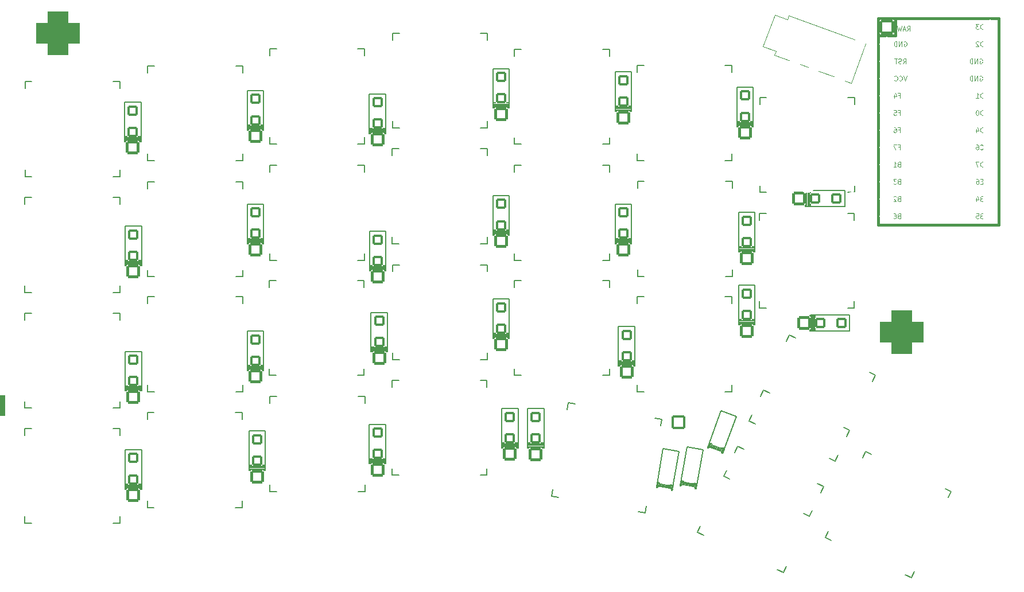
<source format=gbr>
%TF.GenerationSoftware,KiCad,Pcbnew,(6.0.4)*%
%TF.CreationDate,2022-04-18T00:49:10+02:00*%
%TF.ProjectId,ErgoTravel,4572676f-5472-4617-9665-6c2e6b696361,rev?*%
%TF.SameCoordinates,Original*%
%TF.FileFunction,Legend,Bot*%
%TF.FilePolarity,Positive*%
%FSLAX46Y46*%
G04 Gerber Fmt 4.6, Leading zero omitted, Abs format (unit mm)*
G04 Created by KiCad (PCBNEW (6.0.4)) date 2022-04-18 00:49:10*
%MOMM*%
%LPD*%
G01*
G04 APERTURE LIST*
G04 Aperture macros list*
%AMRoundRect*
0 Rectangle with rounded corners*
0 $1 Rounding radius*
0 $2 $3 $4 $5 $6 $7 $8 $9 X,Y pos of 4 corners*
0 Add a 4 corners polygon primitive as box body*
4,1,4,$2,$3,$4,$5,$6,$7,$8,$9,$2,$3,0*
0 Add four circle primitives for the rounded corners*
1,1,$1+$1,$2,$3*
1,1,$1+$1,$4,$5*
1,1,$1+$1,$6,$7*
1,1,$1+$1,$8,$9*
0 Add four rect primitives between the rounded corners*
20,1,$1+$1,$2,$3,$4,$5,0*
20,1,$1+$1,$4,$5,$6,$7,0*
20,1,$1+$1,$6,$7,$8,$9,0*
20,1,$1+$1,$8,$9,$2,$3,0*%
%AMFreePoly0*
4,1,41,0.022678,0.944824,0.075125,0.944504,0.131210,0.936123,0.267031,0.895504,0.318507,0.871718,0.437469,0.794611,0.480202,0.757333,0.572740,0.649936,0.603290,0.602165,0.661967,0.473113,0.677883,0.418686,0.697980,0.278353,0.700000,0.250000,0.700000,-0.250000,0.699985,-0.252439,0.699836,-0.264655,0.697079,-0.295398,0.673559,-0.435199,0.656318,-0.489221,0.594506,-0.616800,
0.562797,-0.663810,0.467662,-0.768914,0.424032,-0.805137,0.303222,-0.879314,0.251181,-0.901834,0.114408,-0.939123,0.058135,-0.946132,0.037663,-0.945757,0.000000,-0.950000,-0.500000,-0.950000,-0.586777,-0.930194,-0.656366,-0.874698,-0.694986,-0.794504,-0.700000,-0.750000,-0.700000,0.750000,-0.680194,0.836777,-0.624698,0.906366,-0.544504,0.944986,-0.500000,0.950000,0.000000,0.950000,
0.022678,0.944824,0.022678,0.944824,$1*%
%AMFreePoly1*
4,1,41,0.586777,0.930194,0.656366,0.874698,0.694986,0.794504,0.700000,0.750000,0.700000,-0.750000,0.680194,-0.836777,0.624698,-0.906366,0.544504,-0.944986,0.500000,-0.950000,0.000000,-0.950000,-0.023504,-0.944635,-0.083606,-0.943534,-0.139582,-0.934468,-0.274897,-0.892193,-0.326080,-0.867780,-0.444090,-0.789225,-0.486362,-0.751429,-0.577582,-0.642910,-0.607548,-0.594768,-0.664643,-0.465009,
-0.679893,-0.410393,-0.697476,-0.275933,-0.697084,-0.275882,-0.700000,-0.250000,-0.700000,0.250000,-0.697921,0.259109,-0.697582,0.286880,-0.675771,0.426957,-0.659192,0.481183,-0.598944,0.609508,-0.567811,0.656904,-0.473967,0.763162,-0.430783,0.799915,-0.310888,0.875563,-0.259125,0.898717,-0.122818,0.937674,-0.066635,0.945370,-0.042411,0.945222,0.000000,0.950000,0.500000,0.950000,
0.586777,0.930194,0.586777,0.930194,$1*%
G04 Aperture macros list end*
%ADD10C,0.100000*%
%ADD11C,0.200000*%
%ADD12C,0.381000*%
%ADD13C,0.150000*%
%ADD14C,0.120000*%
%ADD15R,1.752600X1.752600*%
%ADD16C,1.752600*%
%ADD17RoundRect,0.200000X0.800000X-0.800000X0.800000X0.800000X-0.800000X0.800000X-0.800000X-0.800000X0*%
%ADD18RoundRect,0.200000X0.600000X-0.600000X0.600000X0.600000X-0.600000X0.600000X-0.600000X-0.600000X0*%
%ADD19C,2.000000*%
%ADD20RoundRect,0.200000X0.648928X-0.926765X0.926765X0.648928X-0.648928X0.926765X-0.926765X-0.648928X0*%
%ADD21RoundRect,0.200000X0.486696X-0.695074X0.695074X0.486696X-0.486696X0.695074X-0.695074X-0.486696X0*%
%ADD22RoundRect,0.200000X-0.800000X-0.800000X0.800000X-0.800000X0.800000X0.800000X-0.800000X0.800000X0*%
%ADD23RoundRect,0.200000X-0.600000X-0.600000X0.600000X-0.600000X0.600000X0.600000X-0.600000X0.600000X0*%
%ADD24RoundRect,0.200000X0.358603X-0.769028X0.769028X0.358603X-0.358603X0.769028X-0.769028X-0.358603X0*%
%ADD25RoundRect,0.200000X0.478138X-1.025370X1.025370X0.478138X-0.478138X1.025370X-1.025370X-0.478138X0*%
%ADD26C,1.900000*%
%ADD27RoundRect,0.200000X-0.876300X0.876300X-0.876300X-0.876300X0.876300X-0.876300X0.876300X0.876300X0*%
%ADD28C,2.152600*%
%ADD29O,2.000000X2.000000*%
%ADD30FreePoly0,180.000000*%
%ADD31FreePoly1,180.000000*%
%ADD32RoundRect,0.200000X0.850000X-0.850000X0.850000X0.850000X-0.850000X0.850000X-0.850000X-0.850000X0*%
%ADD33O,2.100000X2.100000*%
%ADD34C,2.101800*%
%ADD35C,1.390600*%
%ADD36C,3.829000*%
%ADD37C,2.432000*%
%ADD38RoundRect,1.700000X-1.500000X-1.500000X1.500000X-1.500000X1.500000X1.500000X-1.500000X1.500000X0*%
%ADD39C,6.400000*%
%ADD40RoundRect,1.700000X-1.500000X1.500000X-1.500000X-1.500000X1.500000X-1.500000X1.500000X1.500000X0*%
%ADD41O,3.500000X2.500000*%
%ADD42C,1.000000*%
%ADD43C,5.200000*%
%ADD44RoundRect,1.700000X1.500000X-1.500000X1.500000X1.500000X-1.500000X1.500000X-1.500000X-1.500000X0*%
%ADD45RoundRect,0.200000X-0.991341X-0.969404X0.136290X-1.379828X0.991341X0.969404X-0.136290X1.379828X0*%
G04 APERTURE END LIST*
D10*
X210295311Y-63511198D02*
X210528644Y-63511198D01*
X210528644Y-63877864D02*
X210528644Y-63177864D01*
X210195311Y-63177864D01*
X209595311Y-63177864D02*
X209928644Y-63177864D01*
X209961978Y-63511198D01*
X209928644Y-63477864D01*
X209861978Y-63444531D01*
X209695311Y-63444531D01*
X209628644Y-63477864D01*
X209595311Y-63511198D01*
X209561978Y-63577864D01*
X209561978Y-63744531D01*
X209595311Y-63811198D01*
X209628644Y-63844531D01*
X209695311Y-63877864D01*
X209861978Y-63877864D01*
X209928644Y-63844531D01*
X209961978Y-63811198D01*
X222737311Y-73671198D02*
X222503978Y-73671198D01*
X222403978Y-74037864D02*
X222737311Y-74037864D01*
X222737311Y-73337864D01*
X222403978Y-73337864D01*
X221803978Y-73337864D02*
X221937311Y-73337864D01*
X222003978Y-73371198D01*
X222037311Y-73404531D01*
X222103978Y-73504531D01*
X222137311Y-73637864D01*
X222137311Y-73904531D01*
X222103978Y-73971198D01*
X222070644Y-74004531D01*
X222003978Y-74037864D01*
X221870644Y-74037864D01*
X221803978Y-74004531D01*
X221770644Y-73971198D01*
X221737311Y-73904531D01*
X221737311Y-73737864D01*
X221770644Y-73671198D01*
X221803978Y-73637864D01*
X221870644Y-73604531D01*
X222003978Y-73604531D01*
X222070644Y-73637864D01*
X222103978Y-73671198D01*
X222137311Y-73737864D01*
X210953311Y-56257864D02*
X211186644Y-55924531D01*
X211353311Y-56257864D02*
X211353311Y-55557864D01*
X211086644Y-55557864D01*
X211019978Y-55591198D01*
X210986644Y-55624531D01*
X210953311Y-55691198D01*
X210953311Y-55791198D01*
X210986644Y-55857864D01*
X211019978Y-55891198D01*
X211086644Y-55924531D01*
X211353311Y-55924531D01*
X210686644Y-56224531D02*
X210586644Y-56257864D01*
X210419978Y-56257864D01*
X210353311Y-56224531D01*
X210319978Y-56191198D01*
X210286644Y-56124531D01*
X210286644Y-56057864D01*
X210319978Y-55991198D01*
X210353311Y-55957864D01*
X210419978Y-55924531D01*
X210553311Y-55891198D01*
X210619978Y-55857864D01*
X210653311Y-55824531D01*
X210686644Y-55757864D01*
X210686644Y-55691198D01*
X210653311Y-55624531D01*
X210619978Y-55591198D01*
X210553311Y-55557864D01*
X210386644Y-55557864D01*
X210286644Y-55591198D01*
X210086644Y-55557864D02*
X209686644Y-55557864D01*
X209886644Y-56257864D02*
X209886644Y-55557864D01*
X222770644Y-51177864D02*
X222770644Y-50477864D01*
X222603978Y-50477864D01*
X222503978Y-50511198D01*
X222437311Y-50577864D01*
X222403978Y-50644531D01*
X222370644Y-50777864D01*
X222370644Y-50877864D01*
X222403978Y-51011198D01*
X222437311Y-51077864D01*
X222503978Y-51144531D01*
X222603978Y-51177864D01*
X222770644Y-51177864D01*
X222137311Y-50477864D02*
X221703978Y-50477864D01*
X221937311Y-50744531D01*
X221837311Y-50744531D01*
X221770644Y-50777864D01*
X221737311Y-50811198D01*
X221703978Y-50877864D01*
X221703978Y-51044531D01*
X221737311Y-51111198D01*
X221770644Y-51144531D01*
X221837311Y-51177864D01*
X222037311Y-51177864D01*
X222103978Y-51144531D01*
X222137311Y-51111198D01*
X211103311Y-53051198D02*
X211169978Y-53017864D01*
X211269978Y-53017864D01*
X211369978Y-53051198D01*
X211436644Y-53117864D01*
X211469978Y-53184531D01*
X211503311Y-53317864D01*
X211503311Y-53417864D01*
X211469978Y-53551198D01*
X211436644Y-53617864D01*
X211369978Y-53684531D01*
X211269978Y-53717864D01*
X211203311Y-53717864D01*
X211103311Y-53684531D01*
X211069978Y-53651198D01*
X211069978Y-53417864D01*
X211203311Y-53417864D01*
X210769978Y-53717864D02*
X210769978Y-53017864D01*
X210369978Y-53717864D01*
X210369978Y-53017864D01*
X210036644Y-53717864D02*
X210036644Y-53017864D01*
X209869978Y-53017864D01*
X209769978Y-53051198D01*
X209703311Y-53117864D01*
X209669978Y-53184531D01*
X209636644Y-53317864D01*
X209636644Y-53417864D01*
X209669978Y-53551198D01*
X209703311Y-53617864D01*
X209769978Y-53684531D01*
X209869978Y-53717864D01*
X210036644Y-53717864D01*
X222770644Y-66417864D02*
X222770644Y-65717864D01*
X222603978Y-65717864D01*
X222503978Y-65751198D01*
X222437311Y-65817864D01*
X222403978Y-65884531D01*
X222370644Y-66017864D01*
X222370644Y-66117864D01*
X222403978Y-66251198D01*
X222437311Y-66317864D01*
X222503978Y-66384531D01*
X222603978Y-66417864D01*
X222770644Y-66417864D01*
X221770644Y-65951198D02*
X221770644Y-66417864D01*
X221937311Y-65684531D02*
X222103978Y-66184531D01*
X221670644Y-66184531D01*
X222279311Y-55591198D02*
X222345978Y-55557864D01*
X222445978Y-55557864D01*
X222545978Y-55591198D01*
X222612644Y-55657864D01*
X222645978Y-55724531D01*
X222679311Y-55857864D01*
X222679311Y-55957864D01*
X222645978Y-56091198D01*
X222612644Y-56157864D01*
X222545978Y-56224531D01*
X222445978Y-56257864D01*
X222379311Y-56257864D01*
X222279311Y-56224531D01*
X222245978Y-56191198D01*
X222245978Y-55957864D01*
X222379311Y-55957864D01*
X221945978Y-56257864D02*
X221945978Y-55557864D01*
X221545978Y-56257864D01*
X221545978Y-55557864D01*
X221212644Y-56257864D02*
X221212644Y-55557864D01*
X221045978Y-55557864D01*
X220945978Y-55591198D01*
X220879311Y-55657864D01*
X220845978Y-55724531D01*
X220812644Y-55857864D01*
X220812644Y-55957864D01*
X220845978Y-56091198D01*
X220879311Y-56157864D01*
X220945978Y-56224531D01*
X221045978Y-56257864D01*
X221212644Y-56257864D01*
X222770644Y-61337864D02*
X222770644Y-60637864D01*
X222603978Y-60637864D01*
X222503978Y-60671198D01*
X222437311Y-60737864D01*
X222403978Y-60804531D01*
X222370644Y-60937864D01*
X222370644Y-61037864D01*
X222403978Y-61171198D01*
X222437311Y-61237864D01*
X222503978Y-61304531D01*
X222603978Y-61337864D01*
X222770644Y-61337864D01*
X221703978Y-61337864D02*
X222103978Y-61337864D01*
X221903978Y-61337864D02*
X221903978Y-60637864D01*
X221970644Y-60737864D01*
X222037311Y-60804531D01*
X222103978Y-60837864D01*
X210345311Y-78751198D02*
X210245311Y-78784531D01*
X210211978Y-78817864D01*
X210178644Y-78884531D01*
X210178644Y-78984531D01*
X210211978Y-79051198D01*
X210245311Y-79084531D01*
X210311978Y-79117864D01*
X210578644Y-79117864D01*
X210578644Y-78417864D01*
X210345311Y-78417864D01*
X210278644Y-78451198D01*
X210245311Y-78484531D01*
X210211978Y-78551198D01*
X210211978Y-78617864D01*
X210245311Y-78684531D01*
X210278644Y-78717864D01*
X210345311Y-78751198D01*
X210578644Y-78751198D01*
X209578644Y-78417864D02*
X209711978Y-78417864D01*
X209778644Y-78451198D01*
X209811978Y-78484531D01*
X209878644Y-78584531D01*
X209911978Y-78717864D01*
X209911978Y-78984531D01*
X209878644Y-79051198D01*
X209845311Y-79084531D01*
X209778644Y-79117864D01*
X209645311Y-79117864D01*
X209578644Y-79084531D01*
X209545311Y-79051198D01*
X209511978Y-78984531D01*
X209511978Y-78817864D01*
X209545311Y-78751198D01*
X209578644Y-78717864D01*
X209645311Y-78684531D01*
X209778644Y-78684531D01*
X209845311Y-78717864D01*
X209878644Y-78751198D01*
X209911978Y-78817864D01*
X211503311Y-58097864D02*
X211269978Y-58797864D01*
X211036644Y-58097864D01*
X210403311Y-58731198D02*
X210436644Y-58764531D01*
X210536644Y-58797864D01*
X210603311Y-58797864D01*
X210703311Y-58764531D01*
X210769978Y-58697864D01*
X210803311Y-58631198D01*
X210836644Y-58497864D01*
X210836644Y-58397864D01*
X210803311Y-58264531D01*
X210769978Y-58197864D01*
X210703311Y-58131198D01*
X210603311Y-58097864D01*
X210536644Y-58097864D01*
X210436644Y-58131198D01*
X210403311Y-58164531D01*
X209703311Y-58731198D02*
X209736644Y-58764531D01*
X209836644Y-58797864D01*
X209903311Y-58797864D01*
X210003311Y-58764531D01*
X210069978Y-58697864D01*
X210103311Y-58631198D01*
X210136644Y-58497864D01*
X210136644Y-58397864D01*
X210103311Y-58264531D01*
X210069978Y-58197864D01*
X210003311Y-58131198D01*
X209903311Y-58097864D01*
X209836644Y-58097864D01*
X209736644Y-58131198D01*
X209703311Y-58164531D01*
X211561311Y-51431864D02*
X211794644Y-51098531D01*
X211961311Y-51431864D02*
X211961311Y-50731864D01*
X211694644Y-50731864D01*
X211627978Y-50765198D01*
X211594644Y-50798531D01*
X211561311Y-50865198D01*
X211561311Y-50965198D01*
X211594644Y-51031864D01*
X211627978Y-51065198D01*
X211694644Y-51098531D01*
X211961311Y-51098531D01*
X211294644Y-51231864D02*
X210961311Y-51231864D01*
X211361311Y-51431864D02*
X211127978Y-50731864D01*
X210894644Y-51431864D01*
X210727978Y-50731864D02*
X210561311Y-51431864D01*
X210427978Y-50931864D01*
X210294644Y-51431864D01*
X210127978Y-50731864D01*
X210295311Y-60971198D02*
X210528644Y-60971198D01*
X210528644Y-61337864D02*
X210528644Y-60637864D01*
X210195311Y-60637864D01*
X209628644Y-60871198D02*
X209628644Y-61337864D01*
X209795311Y-60604531D02*
X209961978Y-61104531D01*
X209528644Y-61104531D01*
X222279311Y-58131198D02*
X222345978Y-58097864D01*
X222445978Y-58097864D01*
X222545978Y-58131198D01*
X222612644Y-58197864D01*
X222645978Y-58264531D01*
X222679311Y-58397864D01*
X222679311Y-58497864D01*
X222645978Y-58631198D01*
X222612644Y-58697864D01*
X222545978Y-58764531D01*
X222445978Y-58797864D01*
X222379311Y-58797864D01*
X222279311Y-58764531D01*
X222245978Y-58731198D01*
X222245978Y-58497864D01*
X222379311Y-58497864D01*
X221945978Y-58797864D02*
X221945978Y-58097864D01*
X221545978Y-58797864D01*
X221545978Y-58097864D01*
X221212644Y-58797864D02*
X221212644Y-58097864D01*
X221045978Y-58097864D01*
X220945978Y-58131198D01*
X220879311Y-58197864D01*
X220845978Y-58264531D01*
X220812644Y-58397864D01*
X220812644Y-58497864D01*
X220845978Y-58631198D01*
X220879311Y-58697864D01*
X220945978Y-58764531D01*
X221045978Y-58797864D01*
X221212644Y-58797864D01*
X210345311Y-73671198D02*
X210245311Y-73704531D01*
X210211978Y-73737864D01*
X210178644Y-73804531D01*
X210178644Y-73904531D01*
X210211978Y-73971198D01*
X210245311Y-74004531D01*
X210311978Y-74037864D01*
X210578644Y-74037864D01*
X210578644Y-73337864D01*
X210345311Y-73337864D01*
X210278644Y-73371198D01*
X210245311Y-73404531D01*
X210211978Y-73471198D01*
X210211978Y-73537864D01*
X210245311Y-73604531D01*
X210278644Y-73637864D01*
X210345311Y-73671198D01*
X210578644Y-73671198D01*
X209945311Y-73337864D02*
X209511978Y-73337864D01*
X209745311Y-73604531D01*
X209645311Y-73604531D01*
X209578644Y-73637864D01*
X209545311Y-73671198D01*
X209511978Y-73737864D01*
X209511978Y-73904531D01*
X209545311Y-73971198D01*
X209578644Y-74004531D01*
X209645311Y-74037864D01*
X209845311Y-74037864D01*
X209911978Y-74004531D01*
X209945311Y-73971198D01*
X222770644Y-53717864D02*
X222770644Y-53017864D01*
X222603978Y-53017864D01*
X222503978Y-53051198D01*
X222437311Y-53117864D01*
X222403978Y-53184531D01*
X222370644Y-53317864D01*
X222370644Y-53417864D01*
X222403978Y-53551198D01*
X222437311Y-53617864D01*
X222503978Y-53684531D01*
X222603978Y-53717864D01*
X222770644Y-53717864D01*
X222103978Y-53084531D02*
X222070644Y-53051198D01*
X222003978Y-53017864D01*
X221837311Y-53017864D01*
X221770644Y-53051198D01*
X221737311Y-53084531D01*
X221703978Y-53151198D01*
X221703978Y-53217864D01*
X221737311Y-53317864D01*
X222137311Y-53717864D01*
X221703978Y-53717864D01*
X210295311Y-66051198D02*
X210528644Y-66051198D01*
X210528644Y-66417864D02*
X210528644Y-65717864D01*
X210195311Y-65717864D01*
X209628644Y-65717864D02*
X209761978Y-65717864D01*
X209828644Y-65751198D01*
X209861978Y-65784531D01*
X209928644Y-65884531D01*
X209961978Y-66017864D01*
X209961978Y-66284531D01*
X209928644Y-66351198D01*
X209895311Y-66384531D01*
X209828644Y-66417864D01*
X209695311Y-66417864D01*
X209628644Y-66384531D01*
X209595311Y-66351198D01*
X209561978Y-66284531D01*
X209561978Y-66117864D01*
X209595311Y-66051198D01*
X209628644Y-66017864D01*
X209695311Y-65984531D01*
X209828644Y-65984531D01*
X209895311Y-66017864D01*
X209928644Y-66051198D01*
X209961978Y-66117864D01*
X222537311Y-76211198D02*
X222437311Y-76244531D01*
X222403978Y-76277864D01*
X222370644Y-76344531D01*
X222370644Y-76444531D01*
X222403978Y-76511198D01*
X222437311Y-76544531D01*
X222503978Y-76577864D01*
X222770644Y-76577864D01*
X222770644Y-75877864D01*
X222537311Y-75877864D01*
X222470644Y-75911198D01*
X222437311Y-75944531D01*
X222403978Y-76011198D01*
X222403978Y-76077864D01*
X222437311Y-76144531D01*
X222470644Y-76177864D01*
X222537311Y-76211198D01*
X222770644Y-76211198D01*
X221770644Y-76111198D02*
X221770644Y-76577864D01*
X221937311Y-75844531D02*
X222103978Y-76344531D01*
X221670644Y-76344531D01*
X222537311Y-78751198D02*
X222437311Y-78784531D01*
X222403978Y-78817864D01*
X222370644Y-78884531D01*
X222370644Y-78984531D01*
X222403978Y-79051198D01*
X222437311Y-79084531D01*
X222503978Y-79117864D01*
X222770644Y-79117864D01*
X222770644Y-78417864D01*
X222537311Y-78417864D01*
X222470644Y-78451198D01*
X222437311Y-78484531D01*
X222403978Y-78551198D01*
X222403978Y-78617864D01*
X222437311Y-78684531D01*
X222470644Y-78717864D01*
X222537311Y-78751198D01*
X222770644Y-78751198D01*
X221737311Y-78417864D02*
X222070644Y-78417864D01*
X222103978Y-78751198D01*
X222070644Y-78717864D01*
X222003978Y-78684531D01*
X221837311Y-78684531D01*
X221770644Y-78717864D01*
X221737311Y-78751198D01*
X221703978Y-78817864D01*
X221703978Y-78984531D01*
X221737311Y-79051198D01*
X221770644Y-79084531D01*
X221837311Y-79117864D01*
X222003978Y-79117864D01*
X222070644Y-79084531D01*
X222103978Y-79051198D01*
X222370644Y-68891198D02*
X222403978Y-68924531D01*
X222503978Y-68957864D01*
X222570644Y-68957864D01*
X222670644Y-68924531D01*
X222737311Y-68857864D01*
X222770644Y-68791198D01*
X222803978Y-68657864D01*
X222803978Y-68557864D01*
X222770644Y-68424531D01*
X222737311Y-68357864D01*
X222670644Y-68291198D01*
X222570644Y-68257864D01*
X222503978Y-68257864D01*
X222403978Y-68291198D01*
X222370644Y-68324531D01*
X221770644Y-68257864D02*
X221903978Y-68257864D01*
X221970644Y-68291198D01*
X222003978Y-68324531D01*
X222070644Y-68424531D01*
X222103978Y-68557864D01*
X222103978Y-68824531D01*
X222070644Y-68891198D01*
X222037311Y-68924531D01*
X221970644Y-68957864D01*
X221837311Y-68957864D01*
X221770644Y-68924531D01*
X221737311Y-68891198D01*
X221703978Y-68824531D01*
X221703978Y-68657864D01*
X221737311Y-68591198D01*
X221770644Y-68557864D01*
X221837311Y-68524531D01*
X221970644Y-68524531D01*
X222037311Y-68557864D01*
X222070644Y-68591198D01*
X222103978Y-68657864D01*
X222770644Y-63877864D02*
X222770644Y-63177864D01*
X222603978Y-63177864D01*
X222503978Y-63211198D01*
X222437311Y-63277864D01*
X222403978Y-63344531D01*
X222370644Y-63477864D01*
X222370644Y-63577864D01*
X222403978Y-63711198D01*
X222437311Y-63777864D01*
X222503978Y-63844531D01*
X222603978Y-63877864D01*
X222770644Y-63877864D01*
X221937311Y-63177864D02*
X221870644Y-63177864D01*
X221803978Y-63211198D01*
X221770644Y-63244531D01*
X221737311Y-63311198D01*
X221703978Y-63444531D01*
X221703978Y-63611198D01*
X221737311Y-63744531D01*
X221770644Y-63811198D01*
X221803978Y-63844531D01*
X221870644Y-63877864D01*
X221937311Y-63877864D01*
X222003978Y-63844531D01*
X222037311Y-63811198D01*
X222070644Y-63744531D01*
X222103978Y-63611198D01*
X222103978Y-63444531D01*
X222070644Y-63311198D01*
X222037311Y-63244531D01*
X222003978Y-63211198D01*
X221937311Y-63177864D01*
X210345311Y-71131198D02*
X210245311Y-71164531D01*
X210211978Y-71197864D01*
X210178644Y-71264531D01*
X210178644Y-71364531D01*
X210211978Y-71431198D01*
X210245311Y-71464531D01*
X210311978Y-71497864D01*
X210578644Y-71497864D01*
X210578644Y-70797864D01*
X210345311Y-70797864D01*
X210278644Y-70831198D01*
X210245311Y-70864531D01*
X210211978Y-70931198D01*
X210211978Y-70997864D01*
X210245311Y-71064531D01*
X210278644Y-71097864D01*
X210345311Y-71131198D01*
X210578644Y-71131198D01*
X209511978Y-71497864D02*
X209911978Y-71497864D01*
X209711978Y-71497864D02*
X209711978Y-70797864D01*
X209778644Y-70897864D01*
X209845311Y-70964531D01*
X209911978Y-70997864D01*
X222770644Y-71497864D02*
X222770644Y-70797864D01*
X222603978Y-70797864D01*
X222503978Y-70831198D01*
X222437311Y-70897864D01*
X222403978Y-70964531D01*
X222370644Y-71097864D01*
X222370644Y-71197864D01*
X222403978Y-71331198D01*
X222437311Y-71397864D01*
X222503978Y-71464531D01*
X222603978Y-71497864D01*
X222770644Y-71497864D01*
X222137311Y-70797864D02*
X221670644Y-70797864D01*
X221970644Y-71497864D01*
X210295311Y-68591198D02*
X210528644Y-68591198D01*
X210528644Y-68957864D02*
X210528644Y-68257864D01*
X210195311Y-68257864D01*
X209995311Y-68257864D02*
X209528644Y-68257864D01*
X209828644Y-68957864D01*
X210345311Y-76211198D02*
X210245311Y-76244531D01*
X210211978Y-76277864D01*
X210178644Y-76344531D01*
X210178644Y-76444531D01*
X210211978Y-76511198D01*
X210245311Y-76544531D01*
X210311978Y-76577864D01*
X210578644Y-76577864D01*
X210578644Y-75877864D01*
X210345311Y-75877864D01*
X210278644Y-75911198D01*
X210245311Y-75944531D01*
X210211978Y-76011198D01*
X210211978Y-76077864D01*
X210245311Y-76144531D01*
X210278644Y-76177864D01*
X210345311Y-76211198D01*
X210578644Y-76211198D01*
X209911978Y-75944531D02*
X209878644Y-75911198D01*
X209811978Y-75877864D01*
X209645311Y-75877864D01*
X209578644Y-75911198D01*
X209545311Y-75944531D01*
X209511978Y-76011198D01*
X209511978Y-76077864D01*
X209545311Y-76177864D01*
X209945311Y-76577864D01*
X209511978Y-76577864D01*
D11*
X98545000Y-61970000D02*
X98545000Y-67770000D01*
X96145000Y-67045000D02*
X98545000Y-67045000D01*
X96145000Y-67695000D02*
X98545000Y-67695000D01*
X96145000Y-67395000D02*
X98545000Y-67395000D01*
X98545000Y-67795000D02*
X96145000Y-67795000D01*
X96145000Y-67570000D02*
X98545000Y-67570000D01*
X96145000Y-61970000D02*
X98545000Y-61970000D01*
X96145000Y-67770000D02*
X96145000Y-61970000D01*
X96145000Y-67220000D02*
X98545000Y-67220000D01*
X96224884Y-85680510D02*
X98624884Y-85680510D01*
X96224884Y-85505510D02*
X98624884Y-85505510D01*
X96224884Y-80255510D02*
X98624884Y-80255510D01*
X98624884Y-86080510D02*
X96224884Y-86080510D01*
X96224884Y-85855510D02*
X98624884Y-85855510D01*
X96224884Y-85980510D02*
X98624884Y-85980510D01*
X96224884Y-86055510D02*
X96224884Y-80255510D01*
X98624884Y-80255510D02*
X98624884Y-86055510D01*
X96224884Y-85330510D02*
X98624884Y-85330510D01*
X96224884Y-104480510D02*
X98624884Y-104480510D01*
X96224884Y-104355510D02*
X98624884Y-104355510D01*
X98624884Y-98755510D02*
X98624884Y-104555510D01*
X96224884Y-103830510D02*
X98624884Y-103830510D01*
X96224884Y-104555510D02*
X96224884Y-98755510D01*
X96224884Y-104005510D02*
X98624884Y-104005510D01*
X96224884Y-98755510D02*
X98624884Y-98755510D01*
X98624884Y-104580510D02*
X96224884Y-104580510D01*
X96224884Y-104180510D02*
X98624884Y-104180510D01*
X96224884Y-118505510D02*
X98624884Y-118505510D01*
X96224884Y-119055510D02*
X96224884Y-113255510D01*
X96224884Y-118980510D02*
X98624884Y-118980510D01*
X98624884Y-113255510D02*
X98624884Y-119055510D01*
X96224884Y-118330510D02*
X98624884Y-118330510D01*
X96224884Y-118680510D02*
X98624884Y-118680510D01*
X98624884Y-119080510D02*
X96224884Y-119080510D01*
X96224884Y-118855510D02*
X98624884Y-118855510D01*
X96224884Y-113255510D02*
X98624884Y-113255510D01*
X114224884Y-60255510D02*
X116624884Y-60255510D01*
X114224884Y-65855510D02*
X116624884Y-65855510D01*
X114224884Y-65680510D02*
X116624884Y-65680510D01*
X116624884Y-66080510D02*
X114224884Y-66080510D01*
X114224884Y-65505510D02*
X116624884Y-65505510D01*
X114224884Y-65980510D02*
X116624884Y-65980510D01*
X114224884Y-65330510D02*
X116624884Y-65330510D01*
X116624884Y-60255510D02*
X116624884Y-66055510D01*
X114224884Y-66055510D02*
X114224884Y-60255510D01*
X114224884Y-82605510D02*
X116624884Y-82605510D01*
X114224884Y-82430510D02*
X116624884Y-82430510D01*
X116624884Y-82830510D02*
X114224884Y-82830510D01*
X114224884Y-82255510D02*
X116624884Y-82255510D01*
X114224884Y-82805510D02*
X114224884Y-77005510D01*
X114224884Y-82730510D02*
X116624884Y-82730510D01*
X116624884Y-77005510D02*
X116624884Y-82805510D01*
X114224884Y-82080510D02*
X116624884Y-82080510D01*
X114224884Y-77005510D02*
X116624884Y-77005510D01*
X114224884Y-101355510D02*
X116624884Y-101355510D01*
X114224884Y-100830510D02*
X116624884Y-100830510D01*
X114224884Y-101555510D02*
X114224884Y-95755510D01*
X116624884Y-95755510D02*
X116624884Y-101555510D01*
X114224884Y-95755510D02*
X116624884Y-95755510D01*
X116624884Y-101580510D02*
X114224884Y-101580510D01*
X114224884Y-101480510D02*
X116624884Y-101480510D01*
X114224884Y-101180510D02*
X116624884Y-101180510D01*
X114224884Y-101005510D02*
X116624884Y-101005510D01*
X114474884Y-116305510D02*
X114474884Y-110505510D01*
X114474884Y-115930510D02*
X116874884Y-115930510D01*
X116874884Y-110505510D02*
X116874884Y-116305510D01*
X114474884Y-110505510D02*
X116874884Y-110505510D01*
X114474884Y-115755510D02*
X116874884Y-115755510D01*
X114474884Y-116230510D02*
X116874884Y-116230510D01*
X114474884Y-115580510D02*
X116874884Y-115580510D01*
X114474884Y-116105510D02*
X116874884Y-116105510D01*
X116874884Y-116330510D02*
X114474884Y-116330510D01*
X132224884Y-66180510D02*
X134624884Y-66180510D01*
X132224884Y-66555510D02*
X132224884Y-60755510D01*
X132224884Y-65830510D02*
X134624884Y-65830510D01*
X132224884Y-66480510D02*
X134624884Y-66480510D01*
X134624884Y-66580510D02*
X132224884Y-66580510D01*
X134624884Y-60755510D02*
X134624884Y-66555510D01*
X132224884Y-60755510D02*
X134624884Y-60755510D01*
X132224884Y-66355510D02*
X134624884Y-66355510D01*
X132224884Y-66005510D02*
X134624884Y-66005510D01*
X132245000Y-86745000D02*
X134645000Y-86745000D01*
X132245000Y-81020000D02*
X134645000Y-81020000D01*
X132245000Y-86620000D02*
X134645000Y-86620000D01*
X134645000Y-81020000D02*
X134645000Y-86820000D01*
X132245000Y-86820000D02*
X132245000Y-81020000D01*
X132245000Y-86095000D02*
X134645000Y-86095000D01*
X132245000Y-86445000D02*
X134645000Y-86445000D01*
X134645000Y-86845000D02*
X132245000Y-86845000D01*
X132245000Y-86270000D02*
X134645000Y-86270000D01*
X132474884Y-98255510D02*
X134874884Y-98255510D01*
X132474884Y-98730510D02*
X134874884Y-98730510D01*
X132474884Y-98805510D02*
X132474884Y-93005510D01*
X134874884Y-93005510D02*
X134874884Y-98805510D01*
X132474884Y-98605510D02*
X134874884Y-98605510D01*
X132474884Y-98080510D02*
X134874884Y-98080510D01*
X134874884Y-98830510D02*
X132474884Y-98830510D01*
X132474884Y-93005510D02*
X134874884Y-93005510D01*
X132474884Y-98430510D02*
X134874884Y-98430510D01*
X132224884Y-114580510D02*
X134624884Y-114580510D01*
X134624884Y-115330510D02*
X132224884Y-115330510D01*
X132224884Y-109505510D02*
X134624884Y-109505510D01*
X132224884Y-115105510D02*
X134624884Y-115105510D01*
X134624884Y-109505510D02*
X134624884Y-115305510D01*
X132224884Y-114930510D02*
X134624884Y-114930510D01*
X132224884Y-114755510D02*
X134624884Y-114755510D01*
X132224884Y-115230510D02*
X134624884Y-115230510D01*
X132224884Y-115305510D02*
X132224884Y-109505510D01*
X150474884Y-62432198D02*
X152874884Y-62432198D01*
X152874884Y-57007198D02*
X152874884Y-62807198D01*
X150474884Y-62807198D02*
X150474884Y-57007198D01*
X150474884Y-57007198D02*
X152874884Y-57007198D01*
X152874884Y-62832198D02*
X150474884Y-62832198D01*
X150474884Y-62082198D02*
X152874884Y-62082198D01*
X150474884Y-62257198D02*
X152874884Y-62257198D01*
X150474884Y-62732198D02*
X152874884Y-62732198D01*
X150474884Y-62607198D02*
X152874884Y-62607198D01*
X150474884Y-81555510D02*
X150474884Y-75755510D01*
X150474884Y-75755510D02*
X152874884Y-75755510D01*
X150474884Y-80830510D02*
X152874884Y-80830510D01*
X150474884Y-81355510D02*
X152874884Y-81355510D01*
X150474884Y-81005510D02*
X152874884Y-81005510D01*
X152874884Y-81580510D02*
X150474884Y-81580510D01*
X150474884Y-81180510D02*
X152874884Y-81180510D01*
X150474884Y-81480510D02*
X152874884Y-81480510D01*
X152874884Y-75755510D02*
X152874884Y-81555510D01*
X150474884Y-96255510D02*
X152874884Y-96255510D01*
X150474884Y-96605510D02*
X152874884Y-96605510D01*
X150474884Y-96430510D02*
X152874884Y-96430510D01*
X150474884Y-96080510D02*
X152874884Y-96080510D01*
X150474884Y-96730510D02*
X152874884Y-96730510D01*
X150474884Y-91005510D02*
X152874884Y-91005510D01*
X152874884Y-91005510D02*
X152874884Y-96805510D01*
X150474884Y-96805510D02*
X150474884Y-91005510D01*
X152874884Y-96830510D02*
X150474884Y-96830510D01*
X151767978Y-112257199D02*
X154167978Y-112257199D01*
X151767978Y-112607199D02*
X154167978Y-112607199D01*
X151767978Y-112907199D02*
X154167978Y-112907199D01*
X154167978Y-107182199D02*
X154167978Y-112982199D01*
X154167978Y-113007199D02*
X151767978Y-113007199D01*
X151767978Y-112432199D02*
X154167978Y-112432199D01*
X151767978Y-107182199D02*
X154167978Y-107182199D01*
X151767978Y-112782199D02*
X154167978Y-112782199D01*
X151767978Y-112982199D02*
X151767978Y-107182199D01*
X170874884Y-57505510D02*
X170874884Y-63305510D01*
X168474884Y-63230510D02*
X170874884Y-63230510D01*
X168474884Y-62930510D02*
X170874884Y-62930510D01*
X168474884Y-57505510D02*
X170874884Y-57505510D01*
X168474884Y-62580510D02*
X170874884Y-62580510D01*
X168474884Y-63305510D02*
X168474884Y-57505510D01*
X168474884Y-63105510D02*
X170874884Y-63105510D01*
X168474884Y-62755510D02*
X170874884Y-62755510D01*
X170874884Y-63330510D02*
X168474884Y-63330510D01*
X170874884Y-77005510D02*
X170874884Y-82805510D01*
X168474884Y-82080510D02*
X170874884Y-82080510D01*
X170874884Y-82830510D02*
X168474884Y-82830510D01*
X168474884Y-77005510D02*
X170874884Y-77005510D01*
X168474884Y-82605510D02*
X170874884Y-82605510D01*
X168474884Y-82430510D02*
X170874884Y-82430510D01*
X168474884Y-82805510D02*
X168474884Y-77005510D01*
X168474884Y-82730510D02*
X170874884Y-82730510D01*
X168474884Y-82255510D02*
X170874884Y-82255510D01*
X168980000Y-100680000D02*
X171380000Y-100680000D01*
X168980000Y-100330000D02*
X171380000Y-100330000D01*
X168980000Y-100805000D02*
X171380000Y-100805000D01*
X171380000Y-95080000D02*
X171380000Y-100880000D01*
X168980000Y-100505000D02*
X171380000Y-100505000D01*
X168980000Y-100880000D02*
X168980000Y-95080000D01*
X171380000Y-100905000D02*
X168980000Y-100905000D01*
X168980000Y-100155000D02*
X171380000Y-100155000D01*
X168980000Y-95080000D02*
X171380000Y-95080000D01*
X177945962Y-113508114D02*
X176938803Y-119219999D01*
X174640382Y-118433941D02*
X177003921Y-118850696D01*
X174701159Y-118089258D02*
X177064698Y-118506013D01*
X174609994Y-118606282D02*
X176973532Y-119023038D01*
X176934462Y-119244619D02*
X174570923Y-118827864D01*
X175582424Y-113091358D02*
X177945962Y-113508114D01*
X174588288Y-118729383D02*
X176951826Y-119146138D01*
X174575264Y-118803243D02*
X175582424Y-113091358D01*
X174670771Y-118261599D02*
X177034309Y-118678355D01*
X186474884Y-65180510D02*
X188874884Y-65180510D01*
X186474884Y-59755510D02*
X188874884Y-59755510D01*
X186474884Y-64830510D02*
X188874884Y-64830510D01*
X188874884Y-59755510D02*
X188874884Y-65555510D01*
X188874884Y-65580510D02*
X186474884Y-65580510D01*
X186474884Y-65005510D02*
X188874884Y-65005510D01*
X186474884Y-65355510D02*
X188874884Y-65355510D01*
X186474884Y-65480510D02*
X188874884Y-65480510D01*
X186474884Y-65555510D02*
X186474884Y-59755510D01*
X186724884Y-83855510D02*
X189124884Y-83855510D01*
X186724884Y-83680510D02*
X189124884Y-83680510D01*
X186724884Y-83505510D02*
X189124884Y-83505510D01*
X186724884Y-83980510D02*
X189124884Y-83980510D01*
X186724884Y-78255510D02*
X189124884Y-78255510D01*
X189124884Y-84080510D02*
X186724884Y-84080510D01*
X186724884Y-84055510D02*
X186724884Y-78255510D01*
X186724884Y-83330510D02*
X189124884Y-83330510D01*
X189124884Y-78255510D02*
X189124884Y-84055510D01*
X186724884Y-94082198D02*
X189124884Y-94082198D01*
X186724884Y-94607198D02*
X189124884Y-94607198D01*
X186724884Y-94807198D02*
X186724884Y-89007198D01*
X189124884Y-89007198D02*
X189124884Y-94807198D01*
X186724884Y-94732198D02*
X189124884Y-94732198D01*
X186724884Y-94432198D02*
X189124884Y-94432198D01*
X186724884Y-94257198D02*
X189124884Y-94257198D01*
X186724884Y-89007198D02*
X189124884Y-89007198D01*
X189124884Y-94832198D02*
X186724884Y-94832198D01*
X178140382Y-118183941D02*
X180503921Y-118600696D01*
X178088288Y-118479383D02*
X180451826Y-118896138D01*
X178170771Y-118011599D02*
X180534309Y-118428355D01*
X178201159Y-117839258D02*
X180564698Y-118256013D01*
X180434462Y-118994619D02*
X178070923Y-118577864D01*
X179082424Y-112841358D02*
X181445962Y-113258114D01*
X178075264Y-118553243D02*
X179082424Y-112841358D01*
X178109994Y-118356282D02*
X180473532Y-118773038D01*
X181445962Y-113258114D02*
X180438803Y-118969999D01*
X202350000Y-77400000D02*
X196550000Y-77400000D01*
X196550000Y-75000000D02*
X202350000Y-75000000D01*
X202350000Y-75000000D02*
X202350000Y-77400000D01*
X197100000Y-75000000D02*
X197100000Y-77400000D01*
X197275000Y-75000000D02*
X197275000Y-77400000D01*
X196525000Y-77400000D02*
X196525000Y-75000000D01*
X196750000Y-75000000D02*
X196750000Y-77400000D01*
X196625000Y-75000000D02*
X196625000Y-77400000D01*
X196925000Y-75000000D02*
X196925000Y-77400000D01*
X197277978Y-93357198D02*
X203077978Y-93357198D01*
X197827978Y-93357198D02*
X197827978Y-95757198D01*
X198002978Y-93357198D02*
X198002978Y-95757198D01*
X197252978Y-95757198D02*
X197252978Y-93357198D01*
X197477978Y-93357198D02*
X197477978Y-95757198D01*
X203077978Y-95757198D02*
X197277978Y-95757198D01*
X197352978Y-93357198D02*
X197352978Y-95757198D01*
X197652978Y-93357198D02*
X197652978Y-95757198D01*
X203077978Y-93357198D02*
X203077978Y-95757198D01*
X182372251Y-112284575D02*
X184627513Y-113105423D01*
X182192690Y-112777913D02*
X184447953Y-113598762D01*
X184108003Y-107515634D02*
X186363266Y-108336483D01*
X184370998Y-113810192D02*
X182115736Y-112989344D01*
X182312398Y-112449021D02*
X184567660Y-113269869D01*
X182252544Y-112613467D02*
X184507806Y-113434315D01*
X186363266Y-108336483D02*
X184379549Y-113786700D01*
X182149938Y-112895375D02*
X184405200Y-113716223D01*
X182124286Y-112965852D02*
X184108003Y-107515634D01*
D12*
X225047978Y-49591198D02*
X207267978Y-49591198D01*
X209807978Y-52131198D02*
X207267978Y-52131198D01*
X225047978Y-80071198D02*
X225047978Y-49591198D01*
X207267978Y-49591198D02*
X207267978Y-80071198D01*
X209807978Y-49591198D02*
X209807978Y-52131198D01*
X207267978Y-80071198D02*
X225047978Y-80071198D01*
D11*
X155577978Y-107207198D02*
X157977978Y-107207198D01*
X155577978Y-112282198D02*
X157977978Y-112282198D01*
X155577978Y-112457198D02*
X157977978Y-112457198D01*
X155577978Y-112807198D02*
X157977978Y-112807198D01*
X155577978Y-112932198D02*
X157977978Y-112932198D01*
X157977978Y-107207198D02*
X157977978Y-113007198D01*
X157977978Y-113032198D02*
X155577978Y-113032198D01*
X155577978Y-113007198D02*
X155577978Y-107207198D01*
X155577978Y-112632198D02*
X157977978Y-112632198D01*
D13*
X82444288Y-72937314D02*
X81444288Y-72937314D01*
X95444288Y-72937314D02*
X94444288Y-72937314D01*
X81444288Y-72937314D02*
X81444288Y-71937314D01*
X81444288Y-58937314D02*
X82444288Y-58937314D01*
X95444288Y-58937314D02*
X95444288Y-59937314D01*
X81444288Y-59937314D02*
X81444288Y-58937314D01*
X95444288Y-71937314D02*
X95444288Y-72937314D01*
X94444288Y-58937314D02*
X95444288Y-58937314D01*
X81424884Y-76055510D02*
X82424884Y-76055510D01*
X95424884Y-90055510D02*
X94424884Y-90055510D01*
X94424884Y-76055510D02*
X95424884Y-76055510D01*
X82424884Y-90055510D02*
X81424884Y-90055510D01*
X95424884Y-76055510D02*
X95424884Y-77055510D01*
X81424884Y-90055510D02*
X81424884Y-89055510D01*
X81424884Y-77055510D02*
X81424884Y-76055510D01*
X95424884Y-89055510D02*
X95424884Y-90055510D01*
X95424884Y-107115332D02*
X94424884Y-107115332D01*
X95424884Y-93115332D02*
X95424884Y-94115332D01*
X81424884Y-94115332D02*
X81424884Y-93115332D01*
X82424884Y-107115332D02*
X81424884Y-107115332D01*
X81424884Y-107115332D02*
X81424884Y-106115332D01*
X81424884Y-93115332D02*
X82424884Y-93115332D01*
X94424884Y-93115332D02*
X95424884Y-93115332D01*
X95424884Y-106115332D02*
X95424884Y-107115332D01*
X81424884Y-110114736D02*
X82424884Y-110114736D01*
X82424884Y-124114736D02*
X81424884Y-124114736D01*
X95424884Y-124114736D02*
X94424884Y-124114736D01*
X81424884Y-124114736D02*
X81424884Y-123114736D01*
X94424884Y-110114736D02*
X95424884Y-110114736D01*
X81424884Y-111114736D02*
X81424884Y-110114736D01*
X95424884Y-123114736D02*
X95424884Y-124114736D01*
X95424884Y-110114736D02*
X95424884Y-111114736D01*
X99536582Y-70615332D02*
X99536582Y-69615332D01*
X100536582Y-70615332D02*
X99536582Y-70615332D01*
X112536582Y-56615332D02*
X113536582Y-56615332D01*
X99536582Y-56615332D02*
X100536582Y-56615332D01*
X113536582Y-69615332D02*
X113536582Y-70615332D01*
X113536582Y-56615332D02*
X113536582Y-57615332D01*
X99536582Y-57615332D02*
X99536582Y-56615332D01*
X113536582Y-70615332D02*
X112536582Y-70615332D01*
X112536582Y-73733528D02*
X113536582Y-73733528D01*
X99536582Y-73733528D02*
X100536582Y-73733528D01*
X100536582Y-87733528D02*
X99536582Y-87733528D01*
X113536582Y-87733528D02*
X112536582Y-87733528D01*
X99536582Y-74733528D02*
X99536582Y-73733528D01*
X99536582Y-87733528D02*
X99536582Y-86733528D01*
X113536582Y-73733528D02*
X113536582Y-74733528D01*
X113536582Y-86733528D02*
X113536582Y-87733528D01*
X99536582Y-91674274D02*
X99536582Y-90674274D01*
X99536582Y-104674274D02*
X99536582Y-103674274D01*
X112536582Y-90674274D02*
X113536582Y-90674274D01*
X99536582Y-90674274D02*
X100536582Y-90674274D01*
X100536582Y-104674274D02*
X99536582Y-104674274D01*
X113536582Y-104674274D02*
X112536582Y-104674274D01*
X113536582Y-90674274D02*
X113536582Y-91674274D01*
X113536582Y-103674274D02*
X113536582Y-104674274D01*
X113477044Y-121792754D02*
X112477044Y-121792754D01*
X113477044Y-120792754D02*
X113477044Y-121792754D01*
X112477044Y-107792754D02*
X113477044Y-107792754D01*
X99477044Y-108792754D02*
X99477044Y-107792754D01*
X100477044Y-121792754D02*
X99477044Y-121792754D01*
X99477044Y-107792754D02*
X100477044Y-107792754D01*
X113477044Y-107792754D02*
X113477044Y-108792754D01*
X99477044Y-121792754D02*
X99477044Y-120792754D01*
X131529204Y-54114736D02*
X131529204Y-55114736D01*
X117529204Y-55114736D02*
X117529204Y-54114736D01*
X131529204Y-67114736D02*
X131529204Y-68114736D01*
X118529204Y-68114736D02*
X117529204Y-68114736D01*
X130529204Y-54114736D02*
X131529204Y-54114736D01*
X131529204Y-68114736D02*
X130529204Y-68114736D01*
X117529204Y-68114736D02*
X117529204Y-67114736D01*
X117529204Y-54114736D02*
X118529204Y-54114736D01*
X131529204Y-84292470D02*
X131529204Y-85292470D01*
X118529204Y-85292470D02*
X117529204Y-85292470D01*
X130529204Y-71292470D02*
X131529204Y-71292470D01*
X131529204Y-85292470D02*
X130529204Y-85292470D01*
X131529204Y-71292470D02*
X131529204Y-72292470D01*
X117529204Y-71292470D02*
X118529204Y-71292470D01*
X117529204Y-72292470D02*
X117529204Y-71292470D01*
X117529204Y-85292470D02*
X117529204Y-84292470D01*
X117469666Y-102292754D02*
X117469666Y-101292754D01*
X118469666Y-102292754D02*
X117469666Y-102292754D01*
X131469666Y-102292754D02*
X130469666Y-102292754D01*
X117469666Y-88292754D02*
X118469666Y-88292754D01*
X131469666Y-101292754D02*
X131469666Y-102292754D01*
X130469666Y-88292754D02*
X131469666Y-88292754D01*
X117469666Y-89292754D02*
X117469666Y-88292754D01*
X131469666Y-88292754D02*
X131469666Y-89292754D01*
X117569472Y-105411234D02*
X118569472Y-105411234D01*
X130569472Y-105411234D02*
X131569472Y-105411234D01*
X131569472Y-119411234D02*
X130569472Y-119411234D01*
X131569472Y-105411234D02*
X131569472Y-106411234D01*
X131569472Y-118411234D02*
X131569472Y-119411234D01*
X117569472Y-106411234D02*
X117569472Y-105411234D01*
X117569472Y-119411234D02*
X117569472Y-118411234D01*
X118569472Y-119411234D02*
X117569472Y-119411234D01*
X149660172Y-64792754D02*
X149660172Y-65792754D01*
X135660172Y-65792754D02*
X135660172Y-64792754D01*
X135660172Y-52792754D02*
X135660172Y-51792754D01*
X149660172Y-51792754D02*
X149660172Y-52792754D01*
X149660172Y-65792754D02*
X148660172Y-65792754D01*
X135660172Y-51792754D02*
X136660172Y-51792754D01*
X136660172Y-65792754D02*
X135660172Y-65792754D01*
X148660172Y-51792754D02*
X149660172Y-51792754D01*
X136621632Y-82851412D02*
X135621632Y-82851412D01*
X135621632Y-69851412D02*
X135621632Y-68851412D01*
X149621632Y-82851412D02*
X148621632Y-82851412D01*
X149621632Y-68851412D02*
X149621632Y-69851412D01*
X149621632Y-81851412D02*
X149621632Y-82851412D01*
X135621632Y-82851412D02*
X135621632Y-81851412D01*
X135621632Y-68851412D02*
X136621632Y-68851412D01*
X148621632Y-68851412D02*
X149621632Y-68851412D01*
X149640902Y-98970772D02*
X149640902Y-99970772D01*
X135640902Y-85970772D02*
X136640902Y-85970772D01*
X148640902Y-85970772D02*
X149640902Y-85970772D01*
X149640902Y-85970772D02*
X149640902Y-86970772D01*
X149640902Y-99970772D02*
X148640902Y-99970772D01*
X135640902Y-86970772D02*
X135640902Y-85970772D01*
X136640902Y-99970772D02*
X135640902Y-99970772D01*
X135640902Y-99970772D02*
X135640902Y-98970772D01*
X149581364Y-116029714D02*
X149581364Y-117029714D01*
X149581364Y-103029714D02*
X149581364Y-104029714D01*
X135581364Y-103029714D02*
X136581364Y-103029714D01*
X149581364Y-117029714D02*
X148581364Y-117029714D01*
X136581364Y-117029714D02*
X135581364Y-117029714D01*
X135581364Y-104029714D02*
X135581364Y-103029714D01*
X135581364Y-117029714D02*
X135581364Y-116029714D01*
X148581364Y-103029714D02*
X149581364Y-103029714D01*
X167633524Y-67174274D02*
X167633524Y-68174274D01*
X153633524Y-54174274D02*
X154633524Y-54174274D01*
X153633524Y-68174274D02*
X153633524Y-67174274D01*
X166633524Y-54174274D02*
X167633524Y-54174274D01*
X154633524Y-68174274D02*
X153633524Y-68174274D01*
X153633524Y-55174274D02*
X153633524Y-54174274D01*
X167633524Y-54174274D02*
X167633524Y-55174274D01*
X167633524Y-68174274D02*
X166633524Y-68174274D01*
X166633524Y-71292470D02*
X167633524Y-71292470D01*
X153633524Y-85292470D02*
X153633524Y-84292470D01*
X153633524Y-71292470D02*
X154633524Y-71292470D01*
X167633524Y-85292470D02*
X166633524Y-85292470D01*
X154633524Y-85292470D02*
X153633524Y-85292470D01*
X167633524Y-84292470D02*
X167633524Y-85292470D01*
X153633524Y-72292470D02*
X153633524Y-71292470D01*
X167633524Y-71292470D02*
X167633524Y-72292470D01*
X167633524Y-101292754D02*
X167633524Y-102292754D01*
X167633524Y-102292754D02*
X166633524Y-102292754D01*
X153633524Y-89292754D02*
X153633524Y-88292754D01*
X166633524Y-88292754D02*
X167633524Y-88292754D01*
X167633524Y-88292754D02*
X167633524Y-89292754D01*
X154633524Y-102292754D02*
X153633524Y-102292754D01*
X153633524Y-102292754D02*
X153633524Y-101292754D01*
X153633524Y-88292754D02*
X154633524Y-88292754D01*
X175351434Y-108757409D02*
X175177785Y-109742217D01*
X161564125Y-106326334D02*
X162548933Y-106499983D01*
X159133050Y-120113643D02*
X159306699Y-119128835D01*
X160117858Y-120287291D02*
X159133050Y-120113643D01*
X174366626Y-108583761D02*
X175351434Y-108757409D01*
X161390477Y-107311142D02*
X161564125Y-106326334D01*
X172920359Y-122544718D02*
X171935551Y-122371069D01*
X173094007Y-121559910D02*
X172920359Y-122544718D01*
X184718440Y-56555794D02*
X185718440Y-56555794D01*
X171718440Y-57555794D02*
X171718440Y-56555794D01*
X185718440Y-69555794D02*
X185718440Y-70555794D01*
X172718440Y-70555794D02*
X171718440Y-70555794D01*
X185718440Y-56555794D02*
X185718440Y-57555794D01*
X185718440Y-70555794D02*
X184718440Y-70555794D01*
X171718440Y-56555794D02*
X172718440Y-56555794D01*
X171718440Y-70555794D02*
X171718440Y-69555794D01*
X171777978Y-73673990D02*
X172777978Y-73673990D01*
X185777978Y-73673990D02*
X185777978Y-74673990D01*
X184777978Y-73673990D02*
X185777978Y-73673990D01*
X172777978Y-87673990D02*
X171777978Y-87673990D01*
X171777978Y-74673990D02*
X171777978Y-73673990D01*
X185777978Y-87673990D02*
X184777978Y-87673990D01*
X185777978Y-86673990D02*
X185777978Y-87673990D01*
X171777978Y-87673990D02*
X171777978Y-86673990D01*
X185718440Y-103674274D02*
X185718440Y-104674274D01*
X171718440Y-90674274D02*
X172718440Y-90674274D01*
X171718440Y-104674274D02*
X171718440Y-103674274D01*
X172718440Y-104674274D02*
X171718440Y-104674274D01*
X185718440Y-104674274D02*
X184718440Y-104674274D01*
X184718440Y-90674274D02*
X185718440Y-90674274D01*
X185718440Y-90674274D02*
X185718440Y-91674274D01*
X171718440Y-91674274D02*
X171718440Y-90674274D01*
X186113933Y-113661100D02*
X186536551Y-112754793D01*
X193730823Y-130453450D02*
X193308205Y-131359757D01*
X181526203Y-125865720D02*
X180619896Y-125443102D01*
X198318553Y-118248830D02*
X199224860Y-118671448D01*
X199224860Y-118671448D02*
X198802242Y-119577756D01*
X180619896Y-125443102D02*
X181042514Y-124536794D01*
X193308205Y-131359757D02*
X192401897Y-130937139D01*
X186536551Y-112754793D02*
X187442859Y-113177411D01*
X189818112Y-61286256D02*
X190818112Y-61286256D01*
X189818112Y-75286256D02*
X189818112Y-74286256D01*
X202818112Y-61286256D02*
X203818112Y-61286256D01*
X203818112Y-74286256D02*
X203818112Y-75286256D01*
X189818112Y-62286256D02*
X189818112Y-61286256D01*
X203818112Y-75286256D02*
X202818112Y-75286256D01*
X203818112Y-61286256D02*
X203818112Y-62286256D01*
X190818112Y-75286256D02*
X189818112Y-75286256D01*
X202777978Y-78377492D02*
X203777978Y-78377492D01*
X203777978Y-78377492D02*
X203777978Y-79377492D01*
X189777978Y-79377492D02*
X189777978Y-78377492D01*
X203777978Y-91377492D02*
X203777978Y-92377492D01*
X203777978Y-92377492D02*
X202777978Y-92377492D01*
X190777978Y-92377492D02*
X189777978Y-92377492D01*
X189777978Y-92377492D02*
X189777978Y-91377492D01*
X189777978Y-78377492D02*
X190777978Y-78377492D01*
X188282788Y-109044645D02*
X188705406Y-108138337D01*
X201393715Y-114054993D02*
X200971097Y-114961300D01*
X193776825Y-97262643D02*
X194199443Y-96356336D01*
X205981445Y-101850373D02*
X206887752Y-102272991D01*
X189189095Y-109467263D02*
X188282788Y-109044645D01*
X200971097Y-114961300D02*
X200064789Y-114538682D01*
X206887752Y-102272991D02*
X206465134Y-103179299D01*
X194199443Y-96356336D02*
X195105751Y-96778954D01*
X189969533Y-105411023D02*
X190392151Y-104504716D01*
X197586423Y-122203373D02*
X197163805Y-123109680D01*
X197163805Y-123109680D02*
X196257497Y-122687062D01*
X185381803Y-117615643D02*
X184475496Y-117193025D01*
X190392151Y-104504716D02*
X191298459Y-104927334D01*
X184475496Y-117193025D02*
X184898114Y-116286717D01*
X202174153Y-109998753D02*
X203080460Y-110421371D01*
X203080460Y-110421371D02*
X202657842Y-111327679D01*
X204969533Y-114411023D02*
X205392151Y-113504716D01*
X200381803Y-126615643D02*
X199475496Y-126193025D01*
X212163805Y-132109680D02*
X211257497Y-131687062D01*
X199475496Y-126193025D02*
X199898114Y-125286717D01*
X217174153Y-118998753D02*
X218080460Y-119421371D01*
X218080460Y-119421371D02*
X217657842Y-120327679D01*
X205392151Y-113504716D02*
X206298459Y-113927334D01*
X212586423Y-131203373D02*
X212163805Y-132109680D01*
D14*
X193892281Y-49732473D02*
X192012896Y-49048433D01*
X190302795Y-53746896D02*
X192012896Y-49048433D01*
X193892281Y-49732473D02*
X194097493Y-49168657D01*
X191976968Y-54994752D02*
X192182180Y-54430936D01*
X192182180Y-54430936D02*
X190302795Y-53746896D01*
X205373804Y-53272899D02*
X205467774Y-53307101D01*
X195641769Y-56328630D02*
X197145278Y-56875862D01*
X191976968Y-54994752D02*
X194326200Y-55849802D01*
X205467774Y-53307101D02*
X203347249Y-59133195D01*
X202219618Y-58722771D02*
X203347249Y-59133195D01*
X204058235Y-52794071D02*
X194097493Y-49168657D01*
X198460847Y-57354691D02*
X200904048Y-58243943D01*
D15*
X208537978Y-50861198D03*
D16*
X208537978Y-53401198D03*
X208537978Y-55941198D03*
X208537978Y-58481198D03*
X208537978Y-61021198D03*
X208537978Y-63561198D03*
X208537978Y-66101198D03*
X208537978Y-68641198D03*
X208537978Y-71181198D03*
X208537978Y-73721198D03*
X208537978Y-76261198D03*
X208537978Y-78801198D03*
X223777978Y-50861198D03*
X223777978Y-53401198D03*
X223777978Y-55941198D03*
X223777978Y-58481198D03*
X223777978Y-61021198D03*
X223777978Y-63561198D03*
X223777978Y-66101198D03*
X223777978Y-68641198D03*
X223777978Y-71181198D03*
X223777978Y-73721198D03*
X223777978Y-76261198D03*
X223777978Y-78801198D03*
%LPC*%
D17*
X97345000Y-68670000D03*
D18*
X97345000Y-66345000D03*
X97345000Y-63195000D03*
D19*
X97345000Y-60870000D03*
D18*
X97424884Y-84630510D03*
D17*
X97424884Y-86955510D03*
D19*
X97424884Y-79155510D03*
D18*
X97424884Y-81480510D03*
D17*
X97424884Y-105455510D03*
D18*
X97424884Y-103130510D03*
X97424884Y-99980510D03*
D19*
X97424884Y-97655510D03*
D17*
X97424884Y-119955510D03*
D18*
X97424884Y-117630510D03*
D19*
X97424884Y-112155510D03*
D18*
X97424884Y-114480510D03*
X115424884Y-64630510D03*
D17*
X115424884Y-66955510D03*
D19*
X115424884Y-59155510D03*
D18*
X115424884Y-61480510D03*
D17*
X115424884Y-83705510D03*
D18*
X115424884Y-81380510D03*
D19*
X115424884Y-75905510D03*
D18*
X115424884Y-78230510D03*
X115424884Y-100130510D03*
D17*
X115424884Y-102455510D03*
D18*
X115424884Y-96980510D03*
D19*
X115424884Y-94655510D03*
D18*
X115674884Y-114880510D03*
D17*
X115674884Y-117205510D03*
D19*
X115674884Y-109405510D03*
D18*
X115674884Y-111730510D03*
D17*
X133424884Y-67455510D03*
D18*
X133424884Y-65130510D03*
D19*
X133424884Y-59655510D03*
D18*
X133424884Y-61980510D03*
X133445000Y-85395000D03*
D17*
X133445000Y-87720000D03*
D18*
X133445000Y-82245000D03*
D19*
X133445000Y-79920000D03*
D18*
X133674884Y-97380510D03*
D17*
X133674884Y-99705510D03*
D18*
X133674884Y-94230510D03*
D19*
X133674884Y-91905510D03*
D17*
X133424884Y-116205510D03*
D18*
X133424884Y-113880510D03*
D19*
X133424884Y-108405510D03*
D18*
X133424884Y-110730510D03*
X151674884Y-61382198D03*
D17*
X151674884Y-63707198D03*
D18*
X151674884Y-58232198D03*
D19*
X151674884Y-55907198D03*
D17*
X151674884Y-82455510D03*
D18*
X151674884Y-80130510D03*
X151674884Y-76980510D03*
D19*
X151674884Y-74655510D03*
D17*
X151674884Y-97705510D03*
D18*
X151674884Y-95380510D03*
D19*
X151674884Y-89905510D03*
D18*
X151674884Y-92230510D03*
X152967978Y-111557199D03*
D17*
X152967978Y-113882199D03*
D18*
X152967978Y-108407199D03*
D19*
X152967978Y-106082199D03*
D18*
X169674884Y-61880510D03*
D17*
X169674884Y-64205510D03*
D18*
X169674884Y-58730510D03*
D19*
X169674884Y-56405510D03*
D18*
X169674884Y-81380510D03*
D17*
X169674884Y-83705510D03*
D19*
X169674884Y-75905510D03*
D18*
X169674884Y-78230510D03*
D17*
X170180000Y-101780000D03*
D18*
X170180000Y-99455000D03*
D19*
X170180000Y-93980000D03*
D18*
X170180000Y-96305000D03*
D20*
X175600750Y-119897948D03*
D21*
X176004482Y-117608270D03*
D19*
X176955206Y-112216448D03*
D21*
X176551474Y-114506126D03*
D18*
X187674884Y-64130510D03*
D17*
X187674884Y-66455510D03*
D18*
X187674884Y-60980510D03*
D19*
X187674884Y-58655510D03*
D18*
X187924884Y-82630510D03*
D17*
X187924884Y-84955510D03*
D18*
X187924884Y-79480510D03*
D19*
X187924884Y-77155510D03*
D17*
X187924884Y-95707198D03*
D18*
X187924884Y-93382198D03*
X187924884Y-90232198D03*
D19*
X187924884Y-87907198D03*
D20*
X179100750Y-119647948D03*
D21*
X179504482Y-117358270D03*
X180051474Y-114256126D03*
D19*
X180455206Y-111966448D03*
D22*
X195650000Y-76200000D03*
D23*
X197975000Y-76200000D03*
D19*
X203450000Y-76200000D03*
D23*
X201125000Y-76200000D03*
X198702978Y-94557198D03*
D22*
X196377978Y-94557198D03*
D19*
X204177978Y-94557198D03*
D23*
X201852978Y-94557198D03*
D24*
X183739296Y-112037214D03*
D25*
X182944099Y-114221999D03*
D19*
X185611857Y-106892397D03*
D24*
X184816660Y-109077182D03*
D26*
X194540739Y-52628937D03*
X201118587Y-55023078D03*
D27*
X208537978Y-50861198D03*
D28*
X208537978Y-53401198D03*
X208537978Y-55941198D03*
X208537978Y-58481198D03*
X208537978Y-61021198D03*
X208537978Y-63561198D03*
X208537978Y-66101198D03*
X208537978Y-68641198D03*
X208537978Y-71181198D03*
X208537978Y-73721198D03*
X208537978Y-76261198D03*
X208537978Y-78801198D03*
X223777978Y-50861198D03*
X223777978Y-53401198D03*
X223777978Y-55941198D03*
X223777978Y-58481198D03*
X223777978Y-61021198D03*
X223777978Y-63561198D03*
X223777978Y-66101198D03*
X223777978Y-68641198D03*
X223777978Y-71181198D03*
X223777978Y-73721198D03*
X223777978Y-76261198D03*
X223777978Y-78801198D03*
D19*
X101177978Y-53807198D03*
D29*
X111337978Y-53807198D03*
D19*
X101177978Y-50807198D03*
D29*
X111337978Y-50807198D03*
D30*
X169627978Y-52807198D03*
D31*
X170927978Y-52807198D03*
D18*
X156777978Y-111582198D03*
D17*
X156777978Y-113907198D03*
D18*
X156777978Y-108432198D03*
D19*
X156777978Y-106107198D03*
D32*
X177800000Y-109220000D03*
D33*
X180340000Y-109220000D03*
D34*
X82944288Y-65937314D03*
X93944288Y-65937314D03*
D35*
X93664288Y-61737314D03*
D36*
X88444288Y-65937314D03*
D35*
X83224288Y-61737314D03*
D37*
X88444288Y-71837314D03*
X83444288Y-69737314D03*
X93444288Y-69737314D03*
D34*
X82924884Y-83055510D03*
D35*
X93644884Y-78855510D03*
D36*
X88424884Y-83055510D03*
D35*
X83204884Y-78855510D03*
D34*
X93924884Y-83055510D03*
D37*
X88424884Y-88955510D03*
X93424884Y-86855510D03*
X83424884Y-86855510D03*
D35*
X93644884Y-95915332D03*
X83204884Y-95915332D03*
D36*
X88424884Y-100115332D03*
D34*
X93924884Y-100115332D03*
X82924884Y-100115332D03*
D37*
X88424884Y-106015332D03*
X83424884Y-103915332D03*
X93424884Y-103915332D03*
D35*
X93644884Y-112914736D03*
D36*
X88424884Y-117114736D03*
D34*
X93924884Y-117114736D03*
X82924884Y-117114736D03*
D35*
X83204884Y-112914736D03*
D37*
X88424884Y-123014736D03*
X83424884Y-120914736D03*
X93424884Y-120914736D03*
D34*
X101036582Y-63615332D03*
D35*
X101316582Y-59415332D03*
D34*
X112036582Y-63615332D03*
D36*
X106536582Y-63615332D03*
D35*
X111756582Y-59415332D03*
D37*
X106536582Y-69515332D03*
X101536582Y-67415332D03*
X111536582Y-67415332D03*
D36*
X106536582Y-80733528D03*
D35*
X101316582Y-76533528D03*
D34*
X112036582Y-80733528D03*
X101036582Y-80733528D03*
D35*
X111756582Y-76533528D03*
D37*
X106536582Y-86633528D03*
X111536582Y-84533528D03*
X101536582Y-84533528D03*
D34*
X101036582Y-97674274D03*
D35*
X101316582Y-93474274D03*
D34*
X112036582Y-97674274D03*
D36*
X106536582Y-97674274D03*
D35*
X111756582Y-93474274D03*
D37*
X106536582Y-103574274D03*
X111536582Y-101474274D03*
X101536582Y-101474274D03*
D35*
X101257044Y-110592754D03*
D34*
X100977044Y-114792754D03*
D35*
X111697044Y-110592754D03*
D34*
X111977044Y-114792754D03*
D36*
X106477044Y-114792754D03*
D37*
X106477044Y-120692754D03*
X101477044Y-118592754D03*
X111477044Y-118592754D03*
D36*
X124529204Y-61114736D03*
D34*
X130029204Y-61114736D03*
X119029204Y-61114736D03*
D35*
X119309204Y-56914736D03*
X129749204Y-56914736D03*
D37*
X124529204Y-67014736D03*
X129529204Y-64914736D03*
X119529204Y-64914736D03*
D34*
X130029204Y-78292470D03*
D36*
X124529204Y-78292470D03*
D35*
X129749204Y-74092470D03*
X119309204Y-74092470D03*
D34*
X119029204Y-78292470D03*
D37*
X124529204Y-84192470D03*
X129529204Y-82092470D03*
X119529204Y-82092470D03*
D36*
X124469666Y-95292754D03*
D35*
X129689666Y-91092754D03*
X119249666Y-91092754D03*
D34*
X118969666Y-95292754D03*
X129969666Y-95292754D03*
D37*
X124469666Y-101192754D03*
X119469666Y-99092754D03*
X129469666Y-99092754D03*
D35*
X119349472Y-108211234D03*
D34*
X119069472Y-112411234D03*
X130069472Y-112411234D03*
D35*
X129789472Y-108211234D03*
D36*
X124569472Y-112411234D03*
D37*
X124569472Y-118311234D03*
X129569472Y-116211234D03*
X119569472Y-116211234D03*
D34*
X148160172Y-58792754D03*
X137160172Y-58792754D03*
D35*
X137440172Y-54592754D03*
X147880172Y-54592754D03*
D36*
X142660172Y-58792754D03*
D37*
X142660172Y-64692754D03*
X137660172Y-62592754D03*
X147660172Y-62592754D03*
D34*
X137121632Y-75851412D03*
D36*
X142621632Y-75851412D03*
D34*
X148121632Y-75851412D03*
D35*
X147841632Y-71651412D03*
X137401632Y-71651412D03*
D37*
X142621632Y-81751412D03*
X147621632Y-79651412D03*
X137621632Y-79651412D03*
D35*
X147860902Y-88770772D03*
X137420902Y-88770772D03*
D34*
X148140902Y-92970772D03*
D36*
X142640902Y-92970772D03*
D34*
X137140902Y-92970772D03*
D37*
X142640902Y-98870772D03*
X147640902Y-96770772D03*
X137640902Y-96770772D03*
D34*
X148081364Y-110029714D03*
D35*
X147801364Y-105829714D03*
D34*
X137081364Y-110029714D03*
D35*
X137361364Y-105829714D03*
D36*
X142581364Y-110029714D03*
D37*
X142581364Y-115929714D03*
X147581364Y-113829714D03*
X137581364Y-113829714D03*
D34*
X166133524Y-61174274D03*
D35*
X155413524Y-56974274D03*
X165853524Y-56974274D03*
D34*
X155133524Y-61174274D03*
D36*
X160633524Y-61174274D03*
D37*
X160633524Y-67074274D03*
X155633524Y-64974274D03*
X165633524Y-64974274D03*
D36*
X160633524Y-78292470D03*
D35*
X155413524Y-74092470D03*
X165853524Y-74092470D03*
D34*
X155133524Y-78292470D03*
X166133524Y-78292470D03*
D37*
X160633524Y-84192470D03*
X165633524Y-82092470D03*
X155633524Y-82092470D03*
D35*
X165853524Y-91092754D03*
X155413524Y-91092754D03*
D36*
X160633524Y-95292754D03*
D34*
X166133524Y-95292754D03*
X155133524Y-95292754D03*
D37*
X160633524Y-101192754D03*
X165633524Y-99092754D03*
X155633524Y-99092754D03*
D34*
X161825799Y-113480461D03*
X172658685Y-115390591D03*
D36*
X167242242Y-114435526D03*
D35*
X173112261Y-111205777D03*
X162830868Y-109392890D03*
D37*
X166217718Y-120245892D03*
X161658340Y-117309555D03*
X171506418Y-119046036D03*
D36*
X178718440Y-63555794D03*
D34*
X173218440Y-63555794D03*
X184218440Y-63555794D03*
D35*
X173498440Y-59355794D03*
X183938440Y-59355794D03*
D37*
X178718440Y-69455794D03*
X173718440Y-67355794D03*
X183718440Y-67355794D03*
D36*
X178777978Y-80673990D03*
D34*
X173277978Y-80673990D03*
D35*
X183997978Y-76473990D03*
X173557978Y-76473990D03*
D34*
X184277978Y-80673990D03*
D37*
X178777978Y-86573990D03*
X183777978Y-84473990D03*
X173777978Y-84473990D03*
D34*
X184218440Y-97674274D03*
D35*
X183938440Y-93474274D03*
D34*
X173218440Y-97674274D03*
D36*
X178718440Y-97674274D03*
D35*
X173498440Y-93474274D03*
D37*
X178718440Y-103574274D03*
X183718440Y-101474274D03*
X173718440Y-101474274D03*
D35*
X188321953Y-115551352D03*
D36*
X189922378Y-122057275D03*
D35*
X183909818Y-125013205D03*
D34*
X187597978Y-127041968D03*
X192246778Y-117072582D03*
D37*
X195269594Y-124550723D03*
X191253256Y-128194763D03*
X195479439Y-119131685D03*
D36*
X196818112Y-68286256D03*
D34*
X191318112Y-68286256D03*
D35*
X191598112Y-64086256D03*
D34*
X202318112Y-68286256D03*
D35*
X202038112Y-64086256D03*
D37*
X196818112Y-74186256D03*
X191818112Y-72086256D03*
X201818112Y-72086256D03*
D35*
X201997978Y-81177492D03*
X191557978Y-81177492D03*
D36*
X196777978Y-85377492D03*
D34*
X202277978Y-85377492D03*
X191277978Y-85377492D03*
D37*
X196777978Y-91277492D03*
X191777978Y-89177492D03*
X201777978Y-89177492D03*
D34*
X195260870Y-110643511D03*
X199909670Y-100674125D03*
D36*
X197585270Y-105658818D03*
D35*
X191572710Y-108614748D03*
X195984845Y-99152895D03*
D37*
X202932486Y-108152266D03*
X198916148Y-111796306D03*
X203142331Y-102733228D03*
D30*
X173277978Y-53307198D03*
D31*
X174577978Y-53307198D03*
D38*
X86277978Y-51807198D03*
D39*
X93477978Y-51807198D03*
D40*
X75277978Y-106707198D03*
D39*
X75277978Y-113907198D03*
D30*
X177627978Y-53307198D03*
D31*
X178927978Y-53307198D03*
D41*
X225077978Y-101557198D03*
X225077978Y-115057198D03*
D42*
X217733978Y-110564198D03*
D43*
X219077978Y-111907198D03*
D42*
X220421978Y-113251198D03*
X217733978Y-113251198D03*
X217177978Y-111907198D03*
X219077978Y-110007198D03*
X220421978Y-110564198D03*
X220977978Y-111907198D03*
X219077978Y-113807198D03*
X217733978Y-103363198D03*
X220421978Y-103363198D03*
X220421978Y-106050198D03*
X217177978Y-104707198D03*
X217733978Y-106050198D03*
X220977978Y-104707198D03*
X219077978Y-102807198D03*
D43*
X219077978Y-104707198D03*
D42*
X219077978Y-106607198D03*
D41*
X225177978Y-83057198D03*
X225177978Y-96557198D03*
D42*
X219177978Y-91507198D03*
X217833978Y-94751198D03*
D43*
X219177978Y-93407198D03*
D42*
X220521978Y-92064198D03*
X219177978Y-95307198D03*
X221077978Y-93407198D03*
X220521978Y-94751198D03*
X217277978Y-93407198D03*
X217833978Y-92064198D03*
X217277978Y-86207198D03*
X217833978Y-87550198D03*
D43*
X219177978Y-86207198D03*
D42*
X219177978Y-84307198D03*
X220521978Y-87550198D03*
X219177978Y-88107198D03*
X220521978Y-84863198D03*
X217833978Y-84863198D03*
X221077978Y-86207198D03*
D34*
X196102378Y-108822505D03*
X191453578Y-118791891D03*
D36*
X193777978Y-113807198D03*
D35*
X195378403Y-120313121D03*
X199790538Y-110851268D03*
D37*
X188430762Y-111313750D03*
X188220917Y-116732788D03*
X192447100Y-107669710D03*
D30*
X181627978Y-53307198D03*
D31*
X182927978Y-53307198D03*
D34*
X206453578Y-127791891D03*
D35*
X207177553Y-116301275D03*
D36*
X208777978Y-122807198D03*
D35*
X202765418Y-125763128D03*
D34*
X211102378Y-117822505D03*
D37*
X214125194Y-125300646D03*
X210108856Y-128944686D03*
X214335039Y-119881608D03*
D30*
X185627978Y-53307198D03*
D31*
X186927978Y-53307198D03*
D44*
X210777978Y-95907198D03*
D39*
X210777978Y-88707198D03*
D26*
X201118587Y-55023078D03*
X194540739Y-52628937D03*
D45*
X201510530Y-58624311D03*
X197751759Y-57256230D03*
X194932681Y-56230170D03*
X204767323Y-52892531D03*
M02*

</source>
